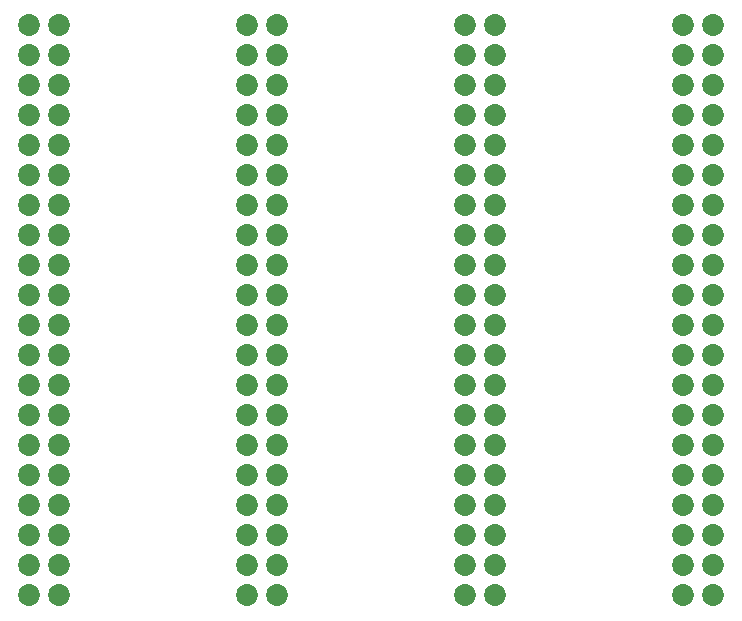
<source format=gbs>
G75*
%MOIN*%
%OFA0B0*%
%FSLAX24Y24*%
%IPPOS*%
%LPD*%
%AMOC8*
5,1,8,0,0,1.08239X$1,22.5*
%
%ADD10C,0.0730*%
D10*
X005743Y001605D03*
X006743Y001605D03*
X006743Y002605D03*
X005743Y002605D03*
X005743Y003605D03*
X006743Y003605D03*
X006743Y004605D03*
X005743Y004605D03*
X005743Y005605D03*
X006743Y005605D03*
X006743Y006605D03*
X005743Y006605D03*
X005743Y007605D03*
X006743Y007605D03*
X006743Y008605D03*
X005743Y008605D03*
X005743Y009605D03*
X006743Y009605D03*
X006743Y010605D03*
X005743Y010605D03*
X005743Y011605D03*
X006743Y011605D03*
X006743Y012605D03*
X005743Y012605D03*
X005743Y013605D03*
X006743Y013605D03*
X006743Y014605D03*
X005743Y014605D03*
X005743Y015605D03*
X006743Y015605D03*
X006743Y016605D03*
X005743Y016605D03*
X005743Y017605D03*
X006743Y017605D03*
X006743Y018605D03*
X005743Y018605D03*
X005743Y019605D03*
X006743Y019605D03*
X006743Y020605D03*
X005743Y020605D03*
X013018Y020605D03*
X014018Y020605D03*
X014018Y019605D03*
X013018Y019605D03*
X013018Y018605D03*
X014018Y018605D03*
X014018Y017605D03*
X013018Y017605D03*
X013018Y016605D03*
X014018Y016605D03*
X014018Y015605D03*
X013018Y015605D03*
X013018Y014605D03*
X014018Y014605D03*
X014018Y013605D03*
X013018Y013605D03*
X013018Y012605D03*
X014018Y012605D03*
X014018Y011605D03*
X013018Y011605D03*
X013018Y010605D03*
X014018Y010605D03*
X014018Y009605D03*
X013018Y009605D03*
X013018Y008605D03*
X014018Y008605D03*
X014018Y007605D03*
X013018Y007605D03*
X013018Y006605D03*
X014018Y006605D03*
X014018Y005605D03*
X013018Y005605D03*
X013018Y004605D03*
X014018Y004605D03*
X014018Y003605D03*
X013018Y003605D03*
X013018Y002605D03*
X014018Y002605D03*
X014018Y001605D03*
X013018Y001605D03*
X020294Y001605D03*
X021294Y001605D03*
X021294Y002605D03*
X020294Y002605D03*
X020294Y003605D03*
X021294Y003605D03*
X021294Y004605D03*
X020294Y004605D03*
X020294Y005605D03*
X021294Y005605D03*
X021294Y006605D03*
X020294Y006605D03*
X020294Y007605D03*
X021294Y007605D03*
X021294Y008605D03*
X020294Y008605D03*
X020294Y009605D03*
X021294Y009605D03*
X021294Y010605D03*
X020294Y010605D03*
X020294Y011605D03*
X021294Y011605D03*
X021294Y012605D03*
X020294Y012605D03*
X020294Y013605D03*
X021294Y013605D03*
X021294Y014605D03*
X020294Y014605D03*
X020294Y015605D03*
X021294Y015605D03*
X021294Y016605D03*
X020294Y016605D03*
X020294Y017605D03*
X021294Y017605D03*
X021294Y018605D03*
X020294Y018605D03*
X020294Y019605D03*
X021294Y019605D03*
X021294Y020605D03*
X020294Y020605D03*
X027570Y020605D03*
X028570Y020605D03*
X028570Y019605D03*
X027570Y019605D03*
X027570Y018605D03*
X028570Y018605D03*
X028570Y017605D03*
X027570Y017605D03*
X027570Y016605D03*
X028570Y016605D03*
X028570Y015605D03*
X027570Y015605D03*
X027570Y014605D03*
X028570Y014605D03*
X028570Y013605D03*
X027570Y013605D03*
X027570Y012605D03*
X028570Y012605D03*
X028570Y011605D03*
X027570Y011605D03*
X027570Y010605D03*
X028570Y010605D03*
X028570Y009605D03*
X027570Y009605D03*
X027570Y008605D03*
X028570Y008605D03*
X028570Y007605D03*
X027570Y007605D03*
X027570Y006605D03*
X028570Y006605D03*
X028570Y005605D03*
X027570Y005605D03*
X027570Y004605D03*
X028570Y004605D03*
X028570Y003605D03*
X027570Y003605D03*
X027570Y002605D03*
X028570Y002605D03*
X028570Y001605D03*
X027570Y001605D03*
M02*

</source>
